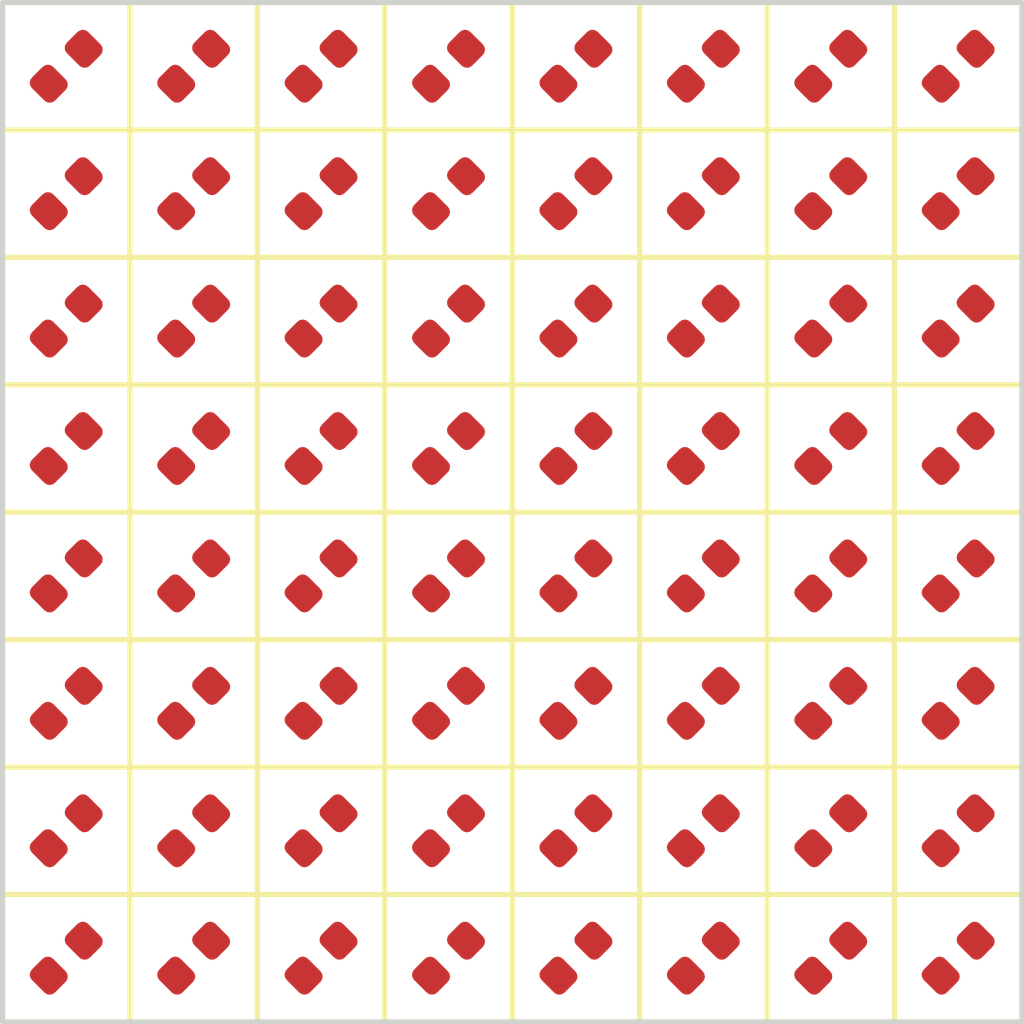
<source format=kicad_pcb>
(kicad_pcb (version 20221018) (generator pcbnew)
  (layers (0 "F.Cu" signal) (31 "B.Cu" signal) (34 "B.Paste" user) (35 "F.Paste" user) (36 "B.SilkS" user "B.Silkscreen") (37 "F.SilkS" user "F.Silkscreen") (38 "B.Mask" user) (39 "F.Mask" user) (44 "Edge.Cuts" user))
  (net 0 "")
  (footprint "LED_SMD:LED_0402_1005Metric" (layer "F.Cu") (at 131.25 103.75)
    (fp_text reference "REF**" hide)
    (fp_text value "LED_0402_1005Metric" hide)
    (pad "1" smd roundrect (at -0.342947 0.342947 45) (size 0.59 0.64) (layers "F.Cu" "F.Paste" "F.Mask"))
    (pad "2" smd roundrect (at 0.342947 -0.342947 45) (size 0.59 0.64) (layers "F.Cu" "F.Paste" "F.Mask"))
  )
  (footprint "LED_SMD:LED_0402_1005Metric" (layer "F.Cu") (at 136.25 116.25)
    (fp_text reference "REF**" hide)
    (fp_text value "LED_0402_1005Metric" hide)
    (pad "1" smd roundrect (at -0.342947 0.342947 45) (size 0.59 0.64) (layers "F.Cu" "F.Paste" "F.Mask"))
    (pad "2" smd roundrect (at 0.342947 -0.342947 45) (size 0.59 0.64) (layers "F.Cu" "F.Paste" "F.Mask"))
  )
  (footprint "LED_SMD:LED_0402_1005Metric" (layer "F.Cu") (at 133.75 101.25)
    (fp_text reference "REF**" hide)
    (fp_text value "LED_0402_1005Metric" hide)
    (pad "1" smd roundrect (at -0.342947 0.342947 45) (size 0.59 0.64) (layers "F.Cu" "F.Paste" "F.Mask"))
    (pad "2" smd roundrect (at 0.342947 -0.342947 45) (size 0.59 0.64) (layers "F.Cu" "F.Paste" "F.Mask"))
  )
  (footprint "LED_SMD:LED_0402_1005Metric" (layer "F.Cu") (at 136.25 113.75)
    (fp_text reference "REF**" hide)
    (fp_text value "LED_0402_1005Metric" hide)
    (pad "1" smd roundrect (at -0.342947 0.342947 45) (size 0.59 0.64) (layers "F.Cu" "F.Paste" "F.Mask"))
    (pad "2" smd roundrect (at 0.342947 -0.342947 45) (size 0.59 0.64) (layers "F.Cu" "F.Paste" "F.Mask"))
  )
  (footprint "LED_SMD:LED_0402_1005Metric" (layer "F.Cu") (at 133.75 116.25)
    (fp_text reference "REF**" hide)
    (fp_text value "LED_0402_1005Metric" hide)
    (pad "1" smd roundrect (at -0.342947 0.342947 45) (size 0.59 0.64) (layers "F.Cu" "F.Paste" "F.Mask"))
    (pad "2" smd roundrect (at 0.342947 -0.342947 45) (size 0.59 0.64) (layers "F.Cu" "F.Paste" "F.Mask"))
  )
  (footprint "LED_SMD:LED_0402_1005Metric" (layer "F.Cu") (at 126.25 113.75)
    (fp_text reference "REF**" hide)
    (fp_text value "LED_0402_1005Metric" hide)
    (pad "1" smd roundrect (at -0.342947 0.342947 45) (size 0.59 0.64) (layers "F.Cu" "F.Paste" "F.Mask"))
    (pad "2" smd roundrect (at 0.342947 -0.342947 45) (size 0.59 0.64) (layers "F.Cu" "F.Paste" "F.Mask"))
  )
  (footprint "LED_SMD:LED_0402_1005Metric" (layer "F.Cu") (at 143.75 106.25)
    (fp_text reference "REF**" hide)
    (fp_text value "LED_0402_1005Metric" hide)
    (pad "1" smd roundrect (at -0.342947 0.342947 45) (size 0.59 0.64) (layers "F.Cu" "F.Paste" "F.Mask"))
    (pad "2" smd roundrect (at 0.342947 -0.342947 45) (size 0.59 0.64) (layers "F.Cu" "F.Paste" "F.Mask"))
  )
  (footprint "LED_SMD:LED_0402_1005Metric" (layer "F.Cu") (at 141.25 108.75)
    (fp_text reference "REF**" hide)
    (fp_text value "LED_0402_1005Metric" hide)
    (pad "1" smd roundrect (at -0.342947 0.342947 45) (size 0.59 0.64) (layers "F.Cu" "F.Paste" "F.Mask"))
    (pad "2" smd roundrect (at 0.342947 -0.342947 45) (size 0.59 0.64) (layers "F.Cu" "F.Paste" "F.Mask"))
  )
  (footprint "LED_SMD:LED_0402_1005Metric" (layer "F.Cu") (at 141.25 111.25)
    (fp_text reference "REF**" hide)
    (fp_text value "LED_0402_1005Metric" hide)
    (pad "1" smd roundrect (at -0.342947 0.342947 45) (size 0.59 0.64) (layers "F.Cu" "F.Paste" "F.Mask"))
    (pad "2" smd roundrect (at 0.342947 -0.342947 45) (size 0.59 0.64) (layers "F.Cu" "F.Paste" "F.Mask"))
  )
  (footprint "LED_SMD:LED_0402_1005Metric" (layer "F.Cu") (at 131.25 106.25)
    (fp_text reference "REF**" hide)
    (fp_text value "LED_0402_1005Metric" hide)
    (pad "1" smd roundrect (at -0.342947 0.342947 45) (size 0.59 0.64) (layers "F.Cu" "F.Paste" "F.Mask"))
    (pad "2" smd roundrect (at 0.342947 -0.342947 45) (size 0.59 0.64) (layers "F.Cu" "F.Paste" "F.Mask"))
  )
  (footprint "LED_SMD:LED_0402_1005Metric" (layer "F.Cu") (at 138.75 118.75)
    (fp_text reference "REF**" hide)
    (fp_text value "LED_0402_1005Metric" hide)
    (pad "1" smd roundrect (at -0.342947 0.342947 45) (size 0.59 0.64) (layers "F.Cu" "F.Paste" "F.Mask"))
    (pad "2" smd roundrect (at 0.342947 -0.342947 45) (size 0.59 0.64) (layers "F.Cu" "F.Paste" "F.Mask"))
  )
  (footprint "LED_SMD:LED_0402_1005Metric" (layer "F.Cu") (at 141.25 113.75)
    (fp_text reference "REF**" hide)
    (fp_text value "LED_0402_1005Metric" hide)
    (pad "1" smd roundrect (at -0.342947 0.342947 45) (size 0.59 0.64) (layers "F.Cu" "F.Paste" "F.Mask"))
    (pad "2" smd roundrect (at 0.342947 -0.342947 45) (size 0.59 0.64) (layers "F.Cu" "F.Paste" "F.Mask"))
  )
  (footprint "LED_SMD:LED_0402_1005Metric" (layer "F.Cu") (at 133.75 108.75)
    (fp_text reference "REF**" hide)
    (fp_text value "LED_0402_1005Metric" hide)
    (pad "1" smd roundrect (at -0.342947 0.342947 45) (size 0.59 0.64) (layers "F.Cu" "F.Paste" "F.Mask"))
    (pad "2" smd roundrect (at 0.342947 -0.342947 45) (size 0.59 0.64) (layers "F.Cu" "F.Paste" "F.Mask"))
  )
  (footprint "LED_SMD:LED_0402_1005Metric" (layer "F.Cu") (at 136.25 106.25)
    (fp_text reference "REF**" hide)
    (fp_text value "LED_0402_1005Metric" hide)
    (pad "1" smd roundrect (at -0.342947 0.342947 45) (size 0.59 0.64) (layers "F.Cu" "F.Paste" "F.Mask"))
    (pad "2" smd roundrect (at 0.342947 -0.342947 45) (size 0.59 0.64) (layers "F.Cu" "F.Paste" "F.Mask"))
  )
  (footprint "LED_SMD:LED_0402_1005Metric" (layer "F.Cu") (at 136.25 118.75)
    (fp_text reference "REF**" hide)
    (fp_text value "LED_0402_1005Metric" hide)
    (pad "1" smd roundrect (at -0.342947 0.342947 45) (size 0.59 0.64) (layers "F.Cu" "F.Paste" "F.Mask"))
    (pad "2" smd roundrect (at 0.342947 -0.342947 45) (size 0.59 0.64) (layers "F.Cu" "F.Paste" "F.Mask"))
  )
  (footprint "LED_SMD:LED_0402_1005Metric" (layer "F.Cu") (at 126.25 103.75)
    (fp_text reference "REF**" hide)
    (fp_text value "LED_0402_1005Metric" hide)
    (pad "1" smd roundrect (at -0.342947 0.342947 45) (size 0.59 0.64) (layers "F.Cu" "F.Paste" "F.Mask"))
    (pad "2" smd roundrect (at 0.342947 -0.342947 45) (size 0.59 0.64) (layers "F.Cu" "F.Paste" "F.Mask"))
  )
  (footprint "LED_SMD:LED_0402_1005Metric" (layer "F.Cu") (at 141.25 118.75)
    (fp_text reference "REF**" hide)
    (fp_text value "LED_0402_1005Metric" hide)
    (pad "1" smd roundrect (at -0.342947 0.342947 45) (size 0.59 0.64) (layers "F.Cu" "F.Paste" "F.Mask"))
    (pad "2" smd roundrect (at 0.342947 -0.342947 45) (size 0.59 0.64) (layers "F.Cu" "F.Paste" "F.Mask"))
  )
  (footprint "LED_SMD:LED_0402_1005Metric" (layer "F.Cu") (at 131.25 118.75)
    (fp_text reference "REF**" hide)
    (fp_text value "LED_0402_1005Metric" hide)
    (pad "1" smd roundrect (at -0.342947 0.342947 45) (size 0.59 0.64) (layers "F.Cu" "F.Paste" "F.Mask"))
    (pad "2" smd roundrect (at 0.342947 -0.342947 45) (size 0.59 0.64) (layers "F.Cu" "F.Paste" "F.Mask"))
  )
  (footprint "LED_SMD:LED_0402_1005Metric" (layer "F.Cu") (at 143.75 103.75)
    (fp_text reference "REF**" hide)
    (fp_text value "LED_0402_1005Metric" hide)
    (pad "1" smd roundrect (at -0.342947 0.342947 45) (size 0.59 0.64) (layers "F.Cu" "F.Paste" "F.Mask"))
    (pad "2" smd roundrect (at 0.342947 -0.342947 45) (size 0.59 0.64) (layers "F.Cu" "F.Paste" "F.Mask"))
  )
  (footprint "LED_SMD:LED_0402_1005Metric" (layer "F.Cu") (at 143.75 116.25)
    (fp_text reference "REF**" hide)
    (fp_text value "LED_0402_1005Metric" hide)
    (pad "1" smd roundrect (at -0.342947 0.342947 45) (size 0.59 0.64) (layers "F.Cu" "F.Paste" "F.Mask"))
    (pad "2" smd roundrect (at 0.342947 -0.342947 45) (size 0.59 0.64) (layers "F.Cu" "F.Paste" "F.Mask"))
  )
  (footprint "LED_SMD:LED_0402_1005Metric" (layer "F.Cu") (at 141.25 103.75)
    (fp_text reference "REF**" hide)
    (fp_text value "LED_0402_1005Metric" hide)
    (pad "1" smd roundrect (at -0.342947 0.342947 45) (size 0.59 0.64) (layers "F.Cu" "F.Paste" "F.Mask"))
    (pad "2" smd roundrect (at 0.342947 -0.342947 45) (size 0.59 0.64) (layers "F.Cu" "F.Paste" "F.Mask"))
  )
  (footprint "LED_SMD:LED_0402_1005Metric" (layer "F.Cu") (at 143.75 118.75)
    (fp_text reference "REF**" hide)
    (fp_text value "LED_0402_1005Metric" hide)
    (pad "1" smd roundrect (at -0.342947 0.342947 45) (size 0.59 0.64) (layers "F.Cu" "F.Paste" "F.Mask"))
    (pad "2" smd roundrect (at 0.342947 -0.342947 45) (size 0.59 0.64) (layers "F.Cu" "F.Paste" "F.Mask"))
  )
  (footprint "LED_SMD:LED_0402_1005Metric" (layer "F.Cu") (at 133.75 106.25)
    (fp_text reference "REF**" hide)
    (fp_text value "LED_0402_1005Metric" hide)
    (pad "1" smd roundrect (at -0.342947 0.342947 45) (size 0.59 0.64) (layers "F.Cu" "F.Paste" "F.Mask"))
    (pad "2" smd roundrect (at 0.342947 -0.342947 45) (size 0.59 0.64) (layers "F.Cu" "F.Paste" "F.Mask"))
  )
  (footprint "LED_SMD:LED_0402_1005Metric" (layer "F.Cu") (at 138.75 106.25)
    (fp_text reference "REF**" hide)
    (fp_text value "LED_0402_1005Metric" hide)
    (pad "1" smd roundrect (at -0.342947 0.342947 45) (size 0.59 0.64) (layers "F.Cu" "F.Paste" "F.Mask"))
    (pad "2" smd roundrect (at 0.342947 -0.342947 45) (size 0.59 0.64) (layers "F.Cu" "F.Paste" "F.Mask"))
  )
  (footprint "LED_SMD:LED_0402_1005Metric" (layer "F.Cu") (at 138.75 108.75)
    (fp_text reference "REF**" hide)
    (fp_text value "LED_0402_1005Metric" hide)
    (pad "1" smd roundrect (at -0.342947 0.342947 45) (size 0.59 0.64) (layers "F.Cu" "F.Paste" "F.Mask"))
    (pad "2" smd roundrect (at 0.342947 -0.342947 45) (size 0.59 0.64) (layers "F.Cu" "F.Paste" "F.Mask"))
  )
  (footprint "LED_SMD:LED_0402_1005Metric" (layer "F.Cu") (at 128.75 111.25)
    (fp_text reference "REF**" hide)
    (fp_text value "LED_0402_1005Metric" hide)
    (pad "1" smd roundrect (at -0.342947 0.342947 45) (size 0.59 0.64) (layers "F.Cu" "F.Paste" "F.Mask"))
    (pad "2" smd roundrect (at 0.342947 -0.342947 45) (size 0.59 0.64) (layers "F.Cu" "F.Paste" "F.Mask"))
  )
  (footprint "LED_SMD:LED_0402_1005Metric" (layer "F.Cu") (at 143.75 101.25)
    (fp_text reference "REF**" hide)
    (fp_text value "LED_0402_1005Metric" hide)
    (pad "1" smd roundrect (at -0.342947 0.342947 45) (size 0.59 0.64) (layers "F.Cu" "F.Paste" "F.Mask"))
    (pad "2" smd roundrect (at 0.342947 -0.342947 45) (size 0.59 0.64) (layers "F.Cu" "F.Paste" "F.Mask"))
  )
  (footprint "LED_SMD:LED_0402_1005Metric" (layer "F.Cu") (at 131.25 108.75)
    (fp_text reference "REF**" hide)
    (fp_text value "LED_0402_1005Metric" hide)
    (pad "1" smd roundrect (at -0.342947 0.342947 45) (size 0.59 0.64) (layers "F.Cu" "F.Paste" "F.Mask"))
    (pad "2" smd roundrect (at 0.342947 -0.342947 45) (size 0.59 0.64) (layers "F.Cu" "F.Paste" "F.Mask"))
  )
  (footprint "LED_SMD:LED_0402_1005Metric" (layer "F.Cu") (at 128.75 101.25)
    (fp_text reference "REF**" hide)
    (fp_text value "LED_0402_1005Metric" hide)
    (pad "1" smd roundrect (at -0.342947 0.342947 45) (size 0.59 0.64) (layers "F.Cu" "F.Paste" "F.Mask"))
    (pad "2" smd roundrect (at 0.342947 -0.342947 45) (size 0.59 0.64) (layers "F.Cu" "F.Paste" "F.Mask"))
  )
  (footprint "LED_SMD:LED_0402_1005Metric" (layer "F.Cu") (at 126.25 101.25)
    (fp_text reference "REF**" hide)
    (fp_text value "LED_0402_1005Metric" hide)
    (pad "1" smd roundrect (at -0.342947 0.342947 45) (size 0.59 0.64) (layers "F.Cu" "F.Paste" "F.Mask"))
    (pad "2" smd roundrect (at 0.342947 -0.342947 45) (size 0.59 0.64) (layers "F.Cu" "F.Paste" "F.Mask"))
  )
  (footprint "LED_SMD:LED_0402_1005Metric" (layer "F.Cu") (at 126.25 106.25)
    (fp_text reference "REF**" hide)
    (fp_text value "LED_0402_1005Metric" hide)
    (pad "1" smd roundrect (at -0.342947 0.342947 45) (size 0.59 0.64) (layers "F.Cu" "F.Paste" "F.Mask"))
    (pad "2" smd roundrect (at 0.342947 -0.342947 45) (size 0.59 0.64) (layers "F.Cu" "F.Paste" "F.Mask"))
  )
  (footprint "LED_SMD:LED_0402_1005Metric" (layer "F.Cu") (at 136.25 111.25)
    (fp_text reference "REF**" hide)
    (fp_text value "LED_0402_1005Metric" hide)
    (pad "1" smd roundrect (at -0.342947 0.342947 45) (size 0.59 0.64) (layers "F.Cu" "F.Paste" "F.Mask"))
    (pad "2" smd roundrect (at 0.342947 -0.342947 45) (size 0.59 0.64) (layers "F.Cu" "F.Paste" "F.Mask"))
  )
  (footprint "LED_SMD:LED_0402_1005Metric" (layer "F.Cu") (at 133.75 118.75)
    (fp_text reference "REF**" hide)
    (fp_text value "LED_0402_1005Metric" hide)
    (pad "1" smd roundrect (at -0.342947 0.342947 45) (size 0.59 0.64) (layers "F.Cu" "F.Paste" "F.Mask"))
    (pad "2" smd roundrect (at 0.342947 -0.342947 45) (size 0.59 0.64) (layers "F.Cu" "F.Paste" "F.Mask"))
  )
  (footprint "LED_SMD:LED_0402_1005Metric" (layer "F.Cu") (at 126.25 116.25)
    (fp_text reference "REF**" hide)
    (fp_text value "LED_0402_1005Metric" hide)
    (pad "1" smd roundrect (at -0.342947 0.342947 45) (size 0.59 0.64) (layers "F.Cu" "F.Paste" "F.Mask"))
    (pad "2" smd roundrect (at 0.342947 -0.342947 45) (size 0.59 0.64) (layers "F.Cu" "F.Paste" "F.Mask"))
  )
  (footprint "LED_SMD:LED_0402_1005Metric" (layer "F.Cu") (at 143.75 108.75)
    (fp_text reference "REF**" hide)
    (fp_text value "LED_0402_1005Metric" hide)
    (pad "1" smd roundrect (at -0.342947 0.342947 45) (size 0.59 0.64) (layers "F.Cu" "F.Paste" "F.Mask"))
    (pad "2" smd roundrect (at 0.342947 -0.342947 45) (size 0.59 0.64) (layers "F.Cu" "F.Paste" "F.Mask"))
  )
  (footprint "LED_SMD:LED_0402_1005Metric" (layer "F.Cu") (at 126.25 108.75)
    (fp_text reference "REF**" hide)
    (fp_text value "LED_0402_1005Metric" hide)
    (pad "1" smd roundrect (at -0.342947 0.342947 45) (size 0.59 0.64) (layers "F.Cu" "F.Paste" "F.Mask"))
    (pad "2" smd roundrect (at 0.342947 -0.342947 45) (size 0.59 0.64) (layers "F.Cu" "F.Paste" "F.Mask"))
  )
  (footprint "LED_SMD:LED_0402_1005Metric" (layer "F.Cu") (at 141.25 101.25)
    (fp_text reference "REF**" hide)
    (fp_text value "LED_0402_1005Metric" hide)
    (pad "1" smd roundrect (at -0.342947 0.342947 45) (size 0.59 0.64) (layers "F.Cu" "F.Paste" "F.Mask"))
    (pad "2" smd roundrect (at 0.342947 -0.342947 45) (size 0.59 0.64) (layers "F.Cu" "F.Paste" "F.Mask"))
  )
  (footprint "LED_SMD:LED_0402_1005Metric" (layer "F.Cu") (at 136.25 103.75)
    (fp_text reference "REF**" hide)
    (fp_text value "LED_0402_1005Metric" hide)
    (pad "1" smd roundrect (at -0.342947 0.342947 45) (size 0.59 0.64) (layers "F.Cu" "F.Paste" "F.Mask"))
    (pad "2" smd roundrect (at 0.342947 -0.342947 45) (size 0.59 0.64) (layers "F.Cu" "F.Paste" "F.Mask"))
  )
  (footprint "LED_SMD:LED_0402_1005Metric" (layer "F.Cu") (at 136.25 101.25)
    (fp_text reference "REF**" hide)
    (fp_text value "LED_0402_1005Metric" hide)
    (pad "1" smd roundrect (at -0.342947 0.342947 45) (size 0.59 0.64) (layers "F.Cu" "F.Paste" "F.Mask"))
    (pad "2" smd roundrect (at 0.342947 -0.342947 45) (size 0.59 0.64) (layers "F.Cu" "F.Paste" "F.Mask"))
  )
  (footprint "LED_SMD:LED_0402_1005Metric" (layer "F.Cu") (at 136.25 108.75)
    (fp_text reference "REF**" hide)
    (fp_text value "LED_0402_1005Metric" hide)
    (pad "1" smd roundrect (at -0.342947 0.342947 45) (size 0.59 0.64) (layers "F.Cu" "F.Paste" "F.Mask"))
    (pad "2" smd roundrect (at 0.342947 -0.342947 45) (size 0.59 0.64) (layers "F.Cu" "F.Paste" "F.Mask"))
  )
  (footprint "LED_SMD:LED_0402_1005Metric" (layer "F.Cu") (at 141.25 106.25)
    (fp_text reference "REF**" hide)
    (fp_text value "LED_0402_1005Metric" hide)
    (pad "1" smd roundrect (at -0.342947 0.342947 45) (size 0.59 0.64) (layers "F.Cu" "F.Paste" "F.Mask"))
    (pad "2" smd roundrect (at 0.342947 -0.342947 45) (size 0.59 0.64) (layers "F.Cu" "F.Paste" "F.Mask"))
  )
  (footprint "LED_SMD:LED_0402_1005Metric" (layer "F.Cu") (at 131.25 111.25)
    (fp_text reference "REF**" hide)
    (fp_text value "LED_0402_1005Metric" hide)
    (pad "1" smd roundrect (at -0.342947 0.342947 45) (size 0.59 0.64) (layers "F.Cu" "F.Paste" "F.Mask"))
    (pad "2" smd roundrect (at 0.342947 -0.342947 45) (size 0.59 0.64) (layers "F.Cu" "F.Paste" "F.Mask"))
  )
  (footprint "LED_SMD:LED_0402_1005Metric" (layer "F.Cu") (at 131.25 101.25)
    (fp_text reference "REF**" hide)
    (fp_text value "LED_0402_1005Metric" hide)
    (pad "1" smd roundrect (at -0.342947 0.342947 45) (size 0.59 0.64) (layers "F.Cu" "F.Paste" "F.Mask"))
    (pad "2" smd roundrect (at 0.342947 -0.342947 45) (size 0.59 0.64) (layers "F.Cu" "F.Paste" "F.Mask"))
  )
  (footprint "LED_SMD:LED_0402_1005Metric" (layer "F.Cu") (at 128.75 113.75)
    (fp_text reference "REF**" hide)
    (fp_text value "LED_0402_1005Metric" hide)
    (pad "1" smd roundrect (at -0.342947 0.342947 45) (size 0.59 0.64) (layers "F.Cu" "F.Paste" "F.Mask"))
    (pad "2" smd roundrect (at 0.342947 -0.342947 45) (size 0.59 0.64) (layers "F.Cu" "F.Paste" "F.Mask"))
  )
  (footprint "LED_SMD:LED_0402_1005Metric" (layer "F.Cu") (at 131.25 116.25)
    (fp_text reference "REF**" hide)
    (fp_text value "LED_0402_1005Metric" hide)
    (pad "1" smd roundrect (at -0.342947 0.342947 45) (size 0.59 0.64) (layers "F.Cu" "F.Paste" "F.Mask"))
    (pad "2" smd roundrect (at 0.342947 -0.342947 45) (size 0.59 0.64) (layers "F.Cu" "F.Paste" "F.Mask"))
  )
  (footprint "LED_SMD:LED_0402_1005Metric" (layer "F.Cu") (at 141.25 116.25)
    (fp_text reference "REF**" hide)
    (fp_text value "LED_0402_1005Metric" hide)
    (pad "1" smd roundrect (at -0.342947 0.342947 45) (size 0.59 0.64) (layers "F.Cu" "F.Paste" "F.Mask"))
    (pad "2" smd roundrect (at 0.342947 -0.342947 45) (size 0.59 0.64) (layers "F.Cu" "F.Paste" "F.Mask"))
  )
  (footprint "LED_SMD:LED_0402_1005Metric" (layer "F.Cu") (at 138.75 101.25)
    (fp_text reference "REF**" hide)
    (fp_text value "LED_0402_1005Metric" hide)
    (pad "1" smd roundrect (at -0.342947 0.342947 45) (size 0.59 0.64) (layers "F.Cu" "F.Paste" "F.Mask"))
    (pad "2" smd roundrect (at 0.342947 -0.342947 45) (size 0.59 0.64) (layers "F.Cu" "F.Paste" "F.Mask"))
  )
  (footprint "LED_SMD:LED_0402_1005Metric" (layer "F.Cu") (at 138.75 103.75)
    (fp_text reference "REF**" hide)
    (fp_text value "LED_0402_1005Metric" hide)
    (pad "1" smd roundrect (at -0.342947 0.342947 45) (size 0.59 0.64) (layers "F.Cu" "F.Paste" "F.Mask"))
    (pad "2" smd roundrect (at 0.342947 -0.342947 45) (size 0.59 0.64) (layers "F.Cu" "F.Paste" "F.Mask"))
  )
  (footprint "LED_SMD:LED_0402_1005Metric" (layer "F.Cu") (at 128.75 118.75)
    (fp_text reference "REF**" hide)
    (fp_text value "LED_0402_1005Metric" hide)
    (pad "1" smd roundrect (at -0.342947 0.342947 45) (size 0.59 0.64) (layers "F.Cu" "F.Paste" "F.Mask"))
    (pad "2" smd roundrect (at 0.342947 -0.342947 45) (size 0.59 0.64) (layers "F.Cu" "F.Paste" "F.Mask"))
  )
  (footprint "LED_SMD:LED_0402_1005Metric" (layer "F.Cu") (at 131.25 113.75)
    (fp_text reference "REF**" hide)
    (fp_text value "LED_0402_1005Metric" hide)
    (pad "1" smd roundrect (at -0.342947 0.342947 45) (size 0.59 0.64) (layers "F.Cu" "F.Paste" "F.Mask"))
    (pad "2" smd roundrect (at 0.342947 -0.342947 45) (size 0.59 0.64) (layers "F.Cu" "F.Paste" "F.Mask"))
  )
  (footprint "LED_SMD:LED_0402_1005Metric" (layer "F.Cu") (at 138.75 111.25)
    (fp_text reference "REF**" hide)
    (fp_text value "LED_0402_1005Metric" hide)
    (pad "1" smd roundrect (at -0.342947 0.342947 45) (size 0.59 0.64) (layers "F.Cu" "F.Paste" "F.Mask"))
    (pad "2" smd roundrect (at 0.342947 -0.342947 45) (size 0.59 0.64) (layers "F.Cu" "F.Paste" "F.Mask"))
  )
  (footprint "LED_SMD:LED_0402_1005Metric" (layer "F.Cu") (at 138.75 116.25)
    (fp_text reference "REF**" hide)
    (fp_text value "LED_0402_1005Metric" hide)
    (pad "1" smd roundrect (at -0.342947 0.342947 45) (size 0.59 0.64) (layers "F.Cu" "F.Paste" "F.Mask"))
    (pad "2" smd roundrect (at 0.342947 -0.342947 45) (size 0.59 0.64) (layers "F.Cu" "F.Paste" "F.Mask"))
  )
  (footprint "LED_SMD:LED_0402_1005Metric" (layer "F.Cu") (at 126.25 111.25)
    (fp_text reference "REF**" hide)
    (fp_text value "LED_0402_1005Metric" hide)
    (pad "1" smd roundrect (at -0.342947 0.342947 45) (size 0.59 0.64) (layers "F.Cu" "F.Paste" "F.Mask"))
    (pad "2" smd roundrect (at 0.342947 -0.342947 45) (size 0.59 0.64) (layers "F.Cu" "F.Paste" "F.Mask"))
  )
  (footprint "LED_SMD:LED_0402_1005Metric" (layer "F.Cu") (at 143.75 113.75)
    (fp_text reference "REF**" hide)
    (fp_text value "LED_0402_1005Metric" hide)
    (pad "1" smd roundrect (at -0.342947 0.342947 45) (size 0.59 0.64) (layers "F.Cu" "F.Paste" "F.Mask"))
    (pad "2" smd roundrect (at 0.342947 -0.342947 45) (size 0.59 0.64) (layers "F.Cu" "F.Paste" "F.Mask"))
  )
  (footprint "LED_SMD:LED_0402_1005Metric" (layer "F.Cu") (at 128.75 103.75)
    (fp_text reference "REF**" hide)
    (fp_text value "LED_0402_1005Metric" hide)
    (pad "1" smd roundrect (at -0.342947 0.342947 45) (size 0.59 0.64) (layers "F.Cu" "F.Paste" "F.Mask"))
    (pad "2" smd roundrect (at 0.342947 -0.342947 45) (size 0.59 0.64) (layers "F.Cu" "F.Paste" "F.Mask"))
  )
  (footprint "LED_SMD:LED_0402_1005Metric" (layer "F.Cu") (at 128.75 108.75)
    (fp_text reference "REF**" hide)
    (fp_text value "LED_0402_1005Metric" hide)
    (pad "1" smd roundrect (at -0.342947 0.342947 45) (size 0.59 0.64) (layers "F.Cu" "F.Paste" "F.Mask"))
    (pad "2" smd roundrect (at 0.342947 -0.342947 45) (size 0.59 0.64) (layers "F.Cu" "F.Paste" "F.Mask"))
  )
  (footprint "LED_SMD:LED_0402_1005Metric" (layer "F.Cu") (at 128.75 116.25)
    (fp_text reference "REF**" hide)
    (fp_text value "LED_0402_1005Metric" hide)
    (pad "1" smd roundrect (at -0.342947 0.342947 45) (size 0.59 0.64) (layers "F.Cu" "F.Paste" "F.Mask"))
    (pad "2" smd roundrect (at 0.342947 -0.342947 45) (size 0.59 0.64) (layers "F.Cu" "F.Paste" "F.Mask"))
  )
  (footprint "LED_SMD:LED_0402_1005Metric" (layer "F.Cu") (at 143.75 111.25)
    (fp_text reference "REF**" hide)
    (fp_text value "LED_0402_1005Metric" hide)
    (pad "1" smd roundrect (at -0.342947 0.342947 45) (size 0.59 0.64) (layers "F.Cu" "F.Paste" "F.Mask"))
    (pad "2" smd roundrect (at 0.342947 -0.342947 45) (size 0.59 0.64) (layers "F.Cu" "F.Paste" "F.Mask"))
  )
  (footprint "LED_SMD:LED_0402_1005Metric" (layer "F.Cu") (at 128.75 106.25)
    (fp_text reference "REF**" hide)
    (fp_text value "LED_0402_1005Metric" hide)
    (pad "1" smd roundrect (at -0.342947 0.342947 45) (size 0.59 0.64) (layers "F.Cu" "F.Paste" "F.Mask"))
    (pad "2" smd roundrect (at 0.342947 -0.342947 45) (size 0.59 0.64) (layers "F.Cu" "F.Paste" "F.Mask"))
  )
  (footprint "LED_SMD:LED_0402_1005Metric" (layer "F.Cu") (at 133.75 103.75)
    (fp_text reference "REF**" hide)
    (fp_text value "LED_0402_1005Metric" hide)
    (pad "1" smd roundrect (at -0.342947 0.342947 45) (size 0.59 0.64) (layers "F.Cu" "F.Paste" "F.Mask"))
    (pad "2" smd roundrect (at 0.342947 -0.342947 45) (size 0.59 0.64) (layers "F.Cu" "F.Paste" "F.Mask"))
  )
  (footprint "LED_SMD:LED_0402_1005Metric" (layer "F.Cu") (at 133.75 113.75)
    (fp_text reference "REF**" hide)
    (fp_text value "LED_0402_1005Metric" hide)
    (pad "1" smd roundrect (at -0.342947 0.342947 45) (size 0.59 0.64) (layers "F.Cu" "F.Paste" "F.Mask"))
    (pad "2" smd roundrect (at 0.342947 -0.342947 45) (size 0.59 0.64) (layers "F.Cu" "F.Paste" "F.Mask"))
  )
  (footprint "LED_SMD:LED_0402_1005Metric" (layer "F.Cu") (at 126.25 118.75)
    (fp_text reference "REF**" hide)
    (fp_text value "LED_0402_1005Metric" hide)
    (pad "1" smd roundrect (at -0.342947 0.342947 45) (size 0.59 0.64) (layers "F.Cu" "F.Paste" "F.Mask"))
    (pad "2" smd roundrect (at 0.342947 -0.342947 45) (size 0.59 0.64) (layers "F.Cu" "F.Paste" "F.Mask"))
  )
  (footprint "LED_SMD:LED_0402_1005Metric" (layer "F.Cu") (at 133.75 111.25)
    (fp_text reference "REF**" hide)
    (fp_text value "LED_0402_1005Metric" hide)
    (pad "1" smd roundrect (at -0.342947 0.342947 45) (size 0.59 0.64) (layers "F.Cu" "F.Paste" "F.Mask"))
    (pad "2" smd roundrect (at 0.342947 -0.342947 45) (size 0.59 0.64) (layers "F.Cu" "F.Paste" "F.Mask"))
  )
  (footprint "LED_SMD:LED_0402_1005Metric" (layer "F.Cu") (at 138.75 113.75)
    (fp_text reference "REF**" hide)
    (fp_text value "LED_0402_1005Metric" hide)
    (pad "1" smd roundrect (at -0.342947 0.342947 45) (size 0.59 0.64) (layers "F.Cu" "F.Paste" "F.Mask"))
    (pad "2" smd roundrect (at 0.342947 -0.342947 45) (size 0.59 0.64) (layers "F.Cu" "F.Paste" "F.Mask"))
  )
  (gr_rect (start 127.5 112.5) (end 130 115) (stroke (width 0.1)) (fill none) (layer "F.SilkS"))
  (gr_rect (start 140 117.5) (end 142.5 120) (stroke (width 0.1)) (fill none) (layer "F.SilkS"))
  (gr_rect (start 130 112.5) (end 132.5 115) (stroke (width 0.1)) (fill none) (layer "F.SilkS"))
  (gr_rect (start 127.5 107.5) (end 130 110) (stroke (width 0.1)) (fill none) (layer "F.SilkS"))
  (gr_rect (start 142.5 102.5) (end 145 105) (stroke (width 0.1)) (fill none) (layer "F.SilkS"))
  (gr_rect (start 125 115) (end 127.5 117.5) (stroke (width 0.1)) (fill none) (layer "F.SilkS"))
  (gr_rect (start 142.5 107.5) (end 145 110) (stroke (width 0.1)) (fill none) (layer "F.SilkS"))
  (gr_rect (start 135 102.5) (end 137.5 105) (stroke (width 0.1)) (fill none) (layer "F.SilkS"))
  (gr_rect (start 132.5 107.5) (end 135 110) (stroke (width 0.1)) (fill none) (layer "F.SilkS"))
  (gr_rect (start 142.5 112.5) (end 145 115) (stroke (width 0.1)) (fill none) (layer "F.SilkS"))
  (gr_rect (start 130 117.5) (end 132.5 120) (stroke (width 0.1)) (fill none) (layer "F.SilkS"))
  (gr_rect (start 137.5 110) (end 140 112.5) (stroke (width 0.1)) (fill none) (layer "F.SilkS"))
  (gr_rect (start 140 110) (end 142.5 112.5) (stroke (width 0.1)) (fill none) (layer "F.SilkS"))
  (gr_rect (start 125 105) (end 127.5 107.5) (stroke (width 0.1)) (fill none) (layer "F.SilkS"))
  (gr_rect (start 127.5 102.5) (end 130 105) (stroke (width 0.1)) (fill none) (layer "F.SilkS"))
  (gr_rect (start 125 102.5) (end 127.5 105) (stroke (width 0.1)) (fill none) (layer "F.SilkS"))
  (gr_rect (start 127.5 100) (end 130 102.5) (stroke (width 0.1)) (fill none) (layer "F.SilkS"))
  (gr_rect (start 127.5 110) (end 130 112.5) (stroke (width 0.1)) (fill none) (layer "F.SilkS"))
  (gr_rect (start 130 102.5) (end 132.5 105) (stroke (width 0.1)) (fill none) (layer "F.SilkS"))
  (gr_rect (start 140 115) (end 142.5 117.5) (stroke (width 0.1)) (fill none) (layer "F.SilkS"))
  (gr_rect (start 132.5 102.5) (end 135 105) (stroke (width 0.1)) (fill none) (layer "F.SilkS"))
  (gr_rect (start 137.5 100) (end 140 102.5) (stroke (width 0.1)) (fill none) (layer "F.SilkS"))
  (gr_rect (start 135 105) (end 137.5 107.5) (stroke (width 0.1)) (fill none) (layer "F.SilkS"))
  (gr_rect (start 127.5 115) (end 130 117.5) (stroke (width 0.1)) (fill none) (layer "F.SilkS"))
  (gr_rect (start 130 105) (end 132.5 107.5) (stroke (width 0.1)) (fill none) (layer "F.SilkS"))
  (gr_rect (start 125 107.5) (end 127.5 110) (stroke (width 0.1)) (fill none) (layer "F.SilkS"))
  (gr_rect (start 127.5 105) (end 130 107.5) (stroke (width 0.1)) (fill none) (layer "F.SilkS"))
  (gr_rect (start 142.5 110) (end 145 112.5) (stroke (width 0.1)) (fill none) (layer "F.SilkS"))
  (gr_rect (start 140 112.5) (end 142.5 115) (stroke (width 0.1)) (fill none) (layer "F.SilkS"))
  (gr_rect (start 125 110) (end 127.5 112.5) (stroke (width 0.1)) (fill none) (layer "F.SilkS"))
  (gr_rect (start 130 110) (end 132.5 112.5) (stroke (width 0.1)) (fill none) (layer "F.SilkS"))
  (gr_rect (start 132.5 115) (end 135 117.5) (stroke (width 0.1)) (fill none) (layer "F.SilkS"))
  (gr_rect (start 142.5 105) (end 145 107.5) (stroke (width 0.1)) (fill none) (layer "F.SilkS"))
  (gr_rect (start 140 107.5) (end 142.5 110) (stroke (width 0.1)) (fill none) (layer "F.SilkS"))
  (gr_rect (start 137.5 105) (end 140 107.5) (stroke (width 0.1)) (fill none) (layer "F.SilkS"))
  (gr_rect (start 132.5 105) (end 135 107.5) (stroke (width 0.1)) (fill none) (layer "F.SilkS"))
  (gr_rect (start 130 100) (end 132.5 102.5) (stroke (width 0.1)) (fill none) (layer "F.SilkS"))
  (gr_rect (start 125 117.5) (end 127.5 120) (stroke (width 0.1)) (fill none) (layer "F.SilkS"))
  (gr_rect (start 137.5 102.5) (end 140 105) (stroke (width 0.1)) (fill none) (layer "F.SilkS"))
  (gr_rect (start 135 112.5) (end 137.5 115) (stroke (width 0.1)) (fill none) (layer "F.SilkS"))
  (gr_rect (start 135 100) (end 137.5 102.5) (stroke (width 0.1)) (fill none) (layer "F.SilkS"))
  (gr_rect (start 137.5 112.5) (end 140 115) (stroke (width 0.1)) (fill none) (layer "F.SilkS"))
  (gr_rect (start 135 110) (end 137.5 112.5) (stroke (width 0.1)) (fill none) (layer "F.SilkS"))
  (gr_rect (start 137.5 115) (end 140 117.5) (stroke (width 0.1)) (fill none) (layer "F.SilkS"))
  (gr_rect (start 142.5 115) (end 145 117.5) (stroke (width 0.1)) (fill none) (layer "F.SilkS"))
  (gr_rect (start 132.5 117.5) (end 135 120) (stroke (width 0.1)) (fill none) (layer "F.SilkS"))
  (gr_rect (start 127.5 117.5) (end 130 120) (stroke (width 0.1)) (fill none) (layer "F.SilkS"))
  (gr_rect (start 142.5 117.5) (end 145 120) (stroke (width 0.1)) (fill none) (layer "F.SilkS"))
  (gr_rect (start 130 107.5) (end 132.5 110) (stroke (width 0.1)) (fill none) (layer "F.SilkS"))
  (gr_rect (start 142.5 100) (end 145 102.5) (stroke (width 0.1)) (fill none) (layer "F.SilkS"))
  (gr_rect (start 132.5 112.5) (end 135 115) (stroke (width 0.1)) (fill none) (layer "F.SilkS"))
  (gr_rect (start 140 105) (end 142.5 107.5) (stroke (width 0.1)) (fill none) (layer "F.SilkS"))
  (gr_rect (start 130 115) (end 132.5 117.5) (stroke (width 0.1)) (fill none) (layer "F.SilkS"))
  (gr_rect (start 135 107.5) (end 137.5 110) (stroke (width 0.1)) (fill none) (layer "F.SilkS"))
  (gr_rect (start 137.5 117.5) (end 140 120) (stroke (width 0.1)) (fill none) (layer "F.SilkS"))
  (gr_rect (start 140 100) (end 142.5 102.5) (stroke (width 0.1)) (fill none) (layer "F.SilkS"))
  (gr_rect (start 125 100) (end 127.5 102.5) (stroke (width 0.1)) (fill none) (layer "F.SilkS"))
  (gr_rect (start 125 112.5) (end 127.5 115) (stroke (width 0.1)) (fill none) (layer "F.SilkS"))
  (gr_rect (start 137.5 107.5) (end 140 110) (stroke (width 0.1)) (fill none) (layer "F.SilkS"))
  (gr_rect (start 140 102.5) (end 142.5 105) (stroke (width 0.1)) (fill none) (layer "F.SilkS"))
  (gr_rect (start 132.5 100) (end 135 102.5) (stroke (width 0.1)) (fill none) (layer "F.SilkS"))
  (gr_rect (start 135 117.5) (end 137.5 120) (stroke (width 0.1)) (fill none) (layer "F.SilkS"))
  (gr_rect (start 135 115) (end 137.5 117.5) (stroke (width 0.1)) (fill none) (layer "F.SilkS"))
  (gr_rect (start 132.5 110) (end 135 112.5) (stroke (width 0.1)) (fill none) (layer "F.SilkS"))
  (gr_rect (start 125 100) (end 145 120) (stroke (width 0.1)) (fill none) (layer "Edge.Cuts"))
)
</source>
